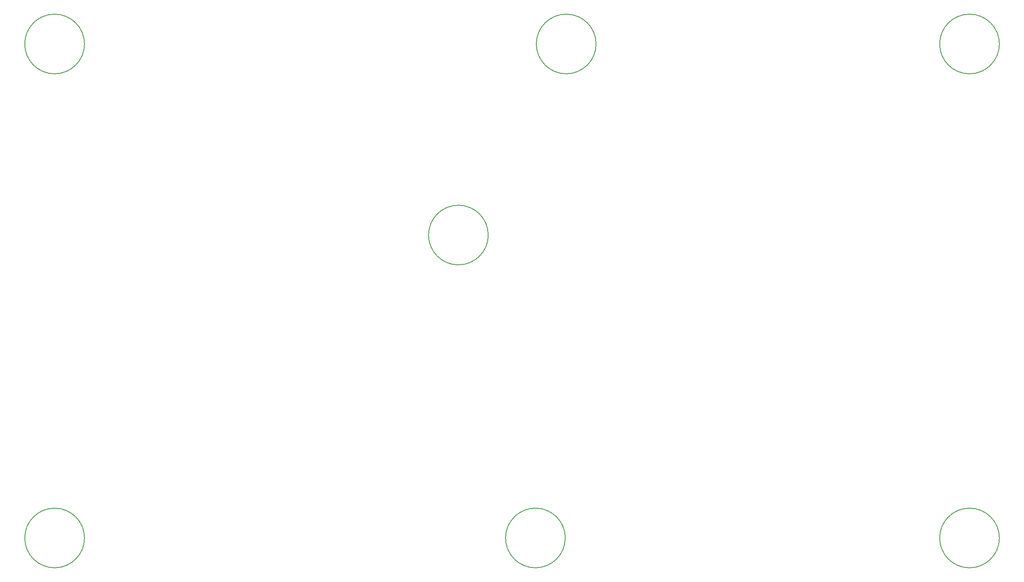
<source format=gbr>
%TF.GenerationSoftware,KiCad,Pcbnew,7.0.2*%
%TF.CreationDate,2023-12-16T15:11:12-05:00*%
%TF.ProjectId,Flatbox-rev7,466c6174-626f-4782-9d72-6576372e6b69,rev?*%
%TF.SameCoordinates,Original*%
%TF.FileFunction,Other,Comment*%
%FSLAX46Y46*%
G04 Gerber Fmt 4.6, Leading zero omitted, Abs format (unit mm)*
G04 Created by KiCad (PCBNEW 7.0.2) date 2023-12-16 15:11:12*
%MOMM*%
%LPD*%
G01*
G04 APERTURE LIST*
%ADD10C,0.150000*%
G04 APERTURE END LIST*
D10*
%TO.C,REF\u002A\u002A*%
X53400000Y-37000000D02*
G75*
G03*
X53400000Y-37000000I-6400000J0D01*
G01*
X53400000Y-143000000D02*
G75*
G03*
X53400000Y-143000000I-6400000J0D01*
G01*
X249400000Y-143000000D02*
G75*
G03*
X249400000Y-143000000I-6400000J0D01*
G01*
X249400000Y-37000000D02*
G75*
G03*
X249400000Y-37000000I-6400000J0D01*
G01*
X163000000Y-37000000D02*
G75*
G03*
X163000000Y-37000000I-6400000J0D01*
G01*
X139900000Y-78000000D02*
G75*
G03*
X139900000Y-78000000I-6400000J0D01*
G01*
X156400000Y-143000000D02*
G75*
G03*
X156400000Y-143000000I-6400000J0D01*
G01*
%TD*%
M02*

</source>
